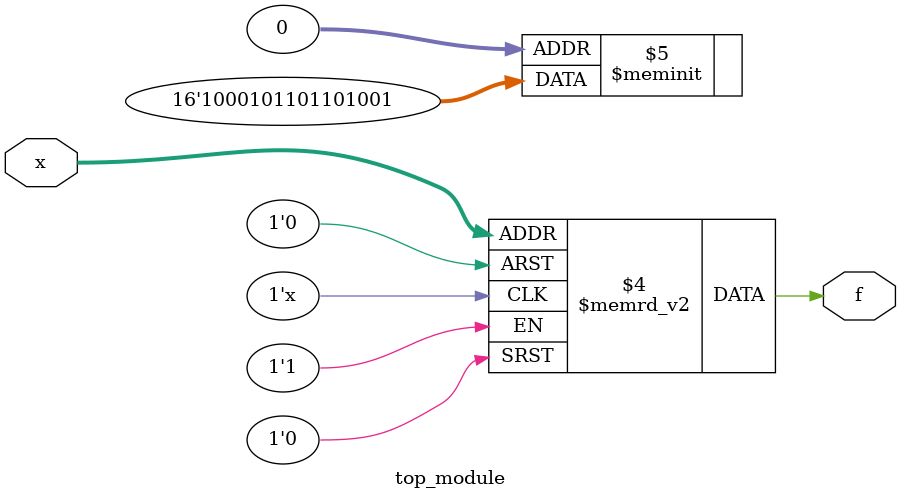
<source format=sv>
module top_module (
    input [4:1] x,
    output logic f
);
 
    always_comb begin
        case (x)
            4'd0 : f = 1'b1;
            4'd1 : f = 1'b0;
            4'd2 : f = 1'b0;
            4'd3 : f = 1'b1;
            4'd4 : f = 1'b0;
            4'd5 : f = 1'b1;
            4'd6 : f = 1'b1;
            4'd7 : f = 1'b0;
            4'd8 : f = 1'b1;
            4'd9 : f = 1'b1;
            4'd10 : f = 1'b0;
            4'd11 : f = 1'b1;
            4'd12 : f = 1'b0;
            4'd13 : f = 1'b0;
            4'd14 : f = 1'b0;
            4'd15 : f = 1'b1;
        endcase
    end
 
endmodule

</source>
